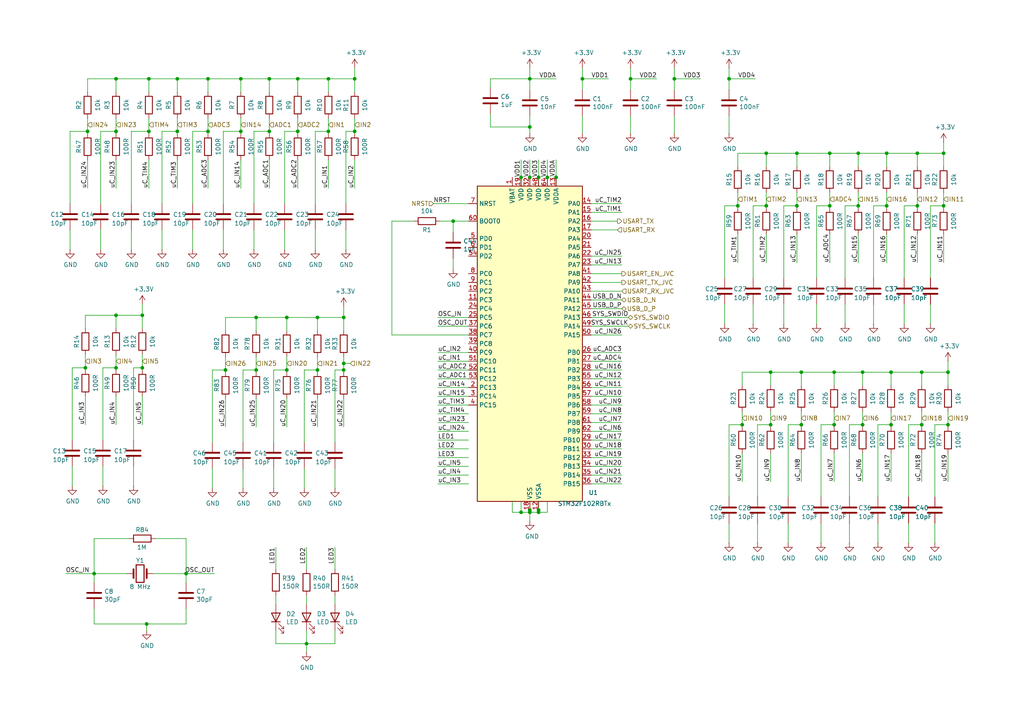
<source format=kicad_sch>
(kicad_sch (version 20250114) (generator "eeschema") (generator_version "9.0")
  (paper "A4")
  (title_block (title "Hido") (date "2020-02-10") (rev "0") (company "DottorConti"))
  (junction (at 25.4 38.1))
  (junction (at 257.175 59.69))
  (junction (at 65.405 107.315))
  (junction (at 41.275 106.68))
  (junction (at 222.25 44.45))
  (junction (at 250.19 107.95))
  (junction (at 151.13 51.435))
  (junction (at 131.445 64.135))
  (junction (at 232.41 107.95))
  (junction (at 92.075 107.315))
  (junction (at 248.92 59.69))
  (junction (at 168.91 22.86))
  (junction (at 273.685 44.45))
  (junction (at 95.25 22.86))
  (junction (at 156.21 51.435))
  (junction (at 43.18 22.86))
  (junction (at 99.695 105.41))
  (junction (at 156.21 148.59))
  (junction (at 69.85 22.86))
  (junction (at 232.41 123.19))
  (junction (at 83.185 92.075))
  (junction (at 266.065 44.45))
  (junction (at 273.685 59.69))
  (junction (at 267.335 123.19))
  (junction (at 88.9 186.69))
  (junction (at 86.36 22.86))
  (junction (at 223.52 107.95))
  (junction (at 231.14 59.69))
  (junction (at 78.105 22.86))
  (junction (at 33.655 38.1))
  (junction (at 274.955 107.95))
  (junction (at 99.695 92.075))
  (junction (at 33.655 91.44))
  (junction (at 182.88 22.86))
  (junction (at 102.87 22.86))
  (junction (at 213.995 59.69))
  (junction (at 60.325 38.1))
  (junction (at 274.955 123.19))
  (junction (at 95.25 38.1))
  (junction (at 78.105 38.1))
  (junction (at 241.935 107.95))
  (junction (at 241.935 123.19))
  (junction (at 43.18 38.1))
  (junction (at 83.185 107.315))
  (junction (at 231.14 44.45))
  (junction (at 86.36 38.1))
  (junction (at 258.445 123.19))
  (junction (at 240.665 44.45))
  (junction (at 102.87 38.1))
  (junction (at 92.075 92.075))
  (junction (at 158.75 51.435))
  (junction (at 41.275 91.44))
  (junction (at 248.92 44.45))
  (junction (at 161.29 51.435))
  (junction (at 99.695 107.315))
  (junction (at 51.435 22.86))
  (junction (at 153.67 147.955))
  (junction (at 267.335 107.95))
  (junction (at 51.435 38.1))
  (junction (at 27.305 166.37))
  (junction (at 151.13 148.59))
  (junction (at 74.295 92.075))
  (junction (at 223.52 123.19))
  (junction (at 153.67 51.435))
  (junction (at 240.665 59.69))
  (junction (at 211.455 22.86))
  (junction (at 153.67 148.59))
  (junction (at 69.85 38.1))
  (junction (at 195.58 22.86))
  (junction (at 215.265 123.19))
  (junction (at 156.21 147.955))
  (junction (at 258.445 107.95))
  (junction (at 60.325 22.86))
  (junction (at 266.065 59.69))
  (junction (at 24.765 106.68))
  (junction (at 257.175 44.45))
  (junction (at 74.295 107.315))
  (junction (at 33.655 106.68))
  (junction (at 153.67 36.83))
  (junction (at 222.25 59.69))
  (junction (at 250.19 123.19))
  (junction (at 53.975 166.37))
  (junction (at 42.545 180.975))
  (junction (at 153.67 22.86))
  (junction (at 33.655 22.86))
  (wire (pts (xy 248.92 44.45) (xy 257.175 44.45)))
  (wire (pts (xy 24.765 107.315) (xy 24.765 106.68)))
  (wire (pts (xy 88.265 128.27) (xy 88.265 107.315)))
  (wire (pts (xy 53.975 156.21) (xy 53.975 166.37)))
  (wire (pts (xy 258.445 119.38) (xy 258.445 123.19)))
  (wire (pts (xy 135.89 127.635) (xy 127 127.635)))
  (wire (pts (xy 65.405 115.57) (xy 65.405 123.825)))
  (wire (pts (xy 195.58 22.86) (xy 203.2 22.86)))
  (wire (pts (xy 29.845 135.255) (xy 29.845 140.97)))
  (wire (pts (xy 135.89 102.235) (xy 127 102.235)))
  (wire (pts (xy 25.4 38.1) (xy 25.4 34.29)))
  (wire (pts (xy 97.155 186.69) (xy 88.9 186.69)))
  (wire (pts (xy 158.75 53.975) (xy 158.75 51.435)))
  (wire (pts (xy 210.185 88.265) (xy 210.185 93.98)))
  (wire (pts (xy 238.125 123.19) (xy 241.935 123.19)))
  (wire (pts (xy 78.105 26.67) (xy 78.105 22.86)))
  (wire (pts (xy 151.13 53.975) (xy 151.13 51.435)))
  (wire (pts (xy 86.36 34.29) (xy 86.36 38.1)))
  (wire (pts (xy 156.21 51.435) (xy 156.21 46.355)))
  (wire (pts (xy 153.67 148.59) (xy 153.67 147.955)))
  (wire (pts (xy 171.45 76.835) (xy 180.34 76.835)))
  (wire (pts (xy 82.55 59.055) (xy 82.55 38.1)))
  (wire (pts (xy 153.67 53.975) (xy 153.67 51.435)))
  (wire (pts (xy 83.185 107.315) (xy 83.185 103.505)))
  (wire (pts (xy 248.92 67.945) (xy 248.92 76.2)))
  (wire (pts (xy 92.075 107.95) (xy 92.075 107.315)))
  (wire (pts (xy 53.975 168.91) (xy 53.975 166.37)))
  (wire (pts (xy 83.185 115.57) (xy 83.185 123.825)))
  (wire (pts (xy 227.33 59.69) (xy 231.14 59.69)))
  (wire (pts (xy 33.655 22.86) (xy 43.18 22.86)))
  (wire (pts (xy 171.45 89.535) (xy 180.34 89.535)))
  (wire (pts (xy 36.83 166.37) (xy 27.305 166.37)))
  (wire (pts (xy 27.305 180.975) (xy 27.305 176.53)))
  (wire (pts (xy 88.9 165.1) (xy 88.9 158.75)))
  (wire (pts (xy 236.855 88.265) (xy 236.855 93.98)))
  (wire (pts (xy 171.45 125.095) (xy 180.34 125.095)))
  (wire (pts (xy 153.67 22.86) (xy 161.29 22.86)))
  (wire (pts (xy 25.4 38.735) (xy 25.4 38.1)))
  (wire (pts (xy 38.1 38.1) (xy 43.18 38.1)))
  (wire (pts (xy 80.01 186.69) (xy 80.01 182.88)))
  (wire (pts (xy 61.595 128.27) (xy 61.595 107.315)))
  (wire (pts (xy 223.52 131.445) (xy 223.52 139.7)))
  (wire (pts (xy 88.9 189.23) (xy 88.9 186.69)))
  (wire (pts (xy 171.45 74.295) (xy 180.34 74.295)))
  (wire (pts (xy 171.45 109.855) (xy 180.34 109.855)))
  (wire (pts (xy 240.665 67.945) (xy 240.665 76.2)))
  (wire (pts (xy 213.995 44.45) (xy 222.25 44.45)))
  (wire (pts (xy 33.655 95.25) (xy 33.655 91.44)))
  (wire (pts (xy 60.325 46.355) (xy 60.325 54.61)))
  (wire (pts (xy 232.41 107.95) (xy 241.935 107.95)))
  (wire (pts (xy 171.45 120.015) (xy 180.34 120.015)))
  (wire (pts (xy 51.435 22.86) (xy 60.325 22.86)))
  (wire (pts (xy 102.87 22.86) (xy 102.87 19.685)))
  (wire (pts (xy 92.075 115.57) (xy 92.075 123.825)))
  (wire (pts (xy 20.32 38.1) (xy 25.4 38.1)))
  (wire (pts (xy 100.33 38.1) (xy 102.87 38.1)))
  (wire (pts (xy 153.67 22.86) (xy 153.67 26.035)))
  (wire (pts (xy 161.29 53.975) (xy 161.29 51.435)))
  (wire (pts (xy 246.38 151.765) (xy 246.38 157.48)))
  (wire (pts (xy 228.6 123.19) (xy 232.41 123.19)))
  (wire (pts (xy 86.36 26.67) (xy 86.36 22.86)))
  (wire (pts (xy 182.88 19.685) (xy 182.88 22.86)))
  (wire (pts (xy 135.89 104.775) (xy 127 104.775)))
  (wire (pts (xy 241.935 123.19) (xy 241.935 119.38)))
  (wire (pts (xy 79.375 135.89) (xy 79.375 141.605)))
  (wire (pts (xy 232.41 123.19) (xy 232.41 123.825)))
  (wire (pts (xy 92.075 95.885) (xy 92.075 92.075)))
  (wire (pts (xy 171.45 92.075) (xy 182.245 92.075)))
  (wire (pts (xy 113.665 97.155) (xy 113.665 64.135)))
  (wire (pts (xy 70.485 128.27) (xy 70.485 107.315)))
  (wire (pts (xy 215.265 107.95) (xy 223.52 107.95)))
  (wire (pts (xy 131.445 64.135) (xy 135.89 64.135)))
  (wire (pts (xy 246.38 144.145) (xy 246.38 123.19)))
  (wire (pts (xy 211.455 26.035) (xy 211.455 22.86)))
  (wire (pts (xy 24.765 91.44) (xy 33.655 91.44)))
  (wire (pts (xy 51.435 46.355) (xy 51.435 54.61)))
  (wire (pts (xy 156.21 148.59) (xy 153.67 148.59)))
  (wire (pts (xy 74.295 107.315) (xy 74.295 103.505)))
  (wire (pts (xy 253.365 59.69) (xy 257.175 59.69)))
  (wire (pts (xy 25.4 22.86) (xy 33.655 22.86)))
  (wire (pts (xy 210.185 59.69) (xy 213.995 59.69)))
  (wire (pts (xy 38.735 127.635) (xy 38.735 106.68)))
  (wire (pts (xy 153.67 147.955) (xy 153.67 145.415)))
  (wire (pts (xy 151.13 148.59) (xy 153.67 148.59)))
  (wire (pts (xy 135.89 117.475) (xy 127 117.475)))
  (wire (pts (xy 80.01 165.1) (xy 80.01 158.75)))
  (wire (pts (xy 246.38 123.19) (xy 250.19 123.19)))
  (wire (pts (xy 142.24 25.4) (xy 142.24 22.86)))
  (wire (pts (xy 222.25 67.945) (xy 222.25 76.2)))
  (wire (pts (xy 53.975 180.975) (xy 42.545 180.975)))
  (wire (pts (xy 83.185 92.075) (xy 92.075 92.075)))
  (wire (pts (xy 135.89 94.615) (xy 127 94.615)))
  (wire (pts (xy 65.405 107.315) (xy 65.405 103.505)))
  (wire (pts (xy 171.45 94.615) (xy 182.245 94.615)))
  (wire (pts (xy 29.21 59.055) (xy 29.21 38.1)))
  (wire (pts (xy 55.88 66.675) (xy 55.88 72.39)))
  (wire (pts (xy 88.265 107.315) (xy 92.075 107.315)))
  (wire (pts (xy 102.87 34.29) (xy 102.87 38.1)))
  (wire (pts (xy 80.01 172.72) (xy 80.01 175.26)))
  (wire (pts (xy 213.995 48.26) (xy 213.995 44.45)))
  (wire (pts (xy 211.455 151.765) (xy 211.455 157.48)))
  (wire (pts (xy 274.955 119.38) (xy 274.955 123.19)))
  (wire (pts (xy 171.45 137.795) (xy 180.34 137.795)))
  (wire (pts (xy 102.87 26.67) (xy 102.87 22.86)))
  (wire (pts (xy 51.435 26.67) (xy 51.435 22.86)))
  (wire (pts (xy 236.855 80.645) (xy 236.855 59.69)))
  (wire (pts (xy 248.92 60.325) (xy 248.92 59.69)))
  (wire (pts (xy 135.89 120.015) (xy 127 120.015)))
  (wire (pts (xy 273.685 59.69) (xy 273.685 60.325)))
  (wire (pts (xy 223.52 111.76) (xy 223.52 107.95)))
  (wire (pts (xy 232.41 111.76) (xy 232.41 107.95)))
  (wire (pts (xy 100.33 59.055) (xy 100.33 38.1)))
  (wire (pts (xy 88.265 135.89) (xy 88.265 141.605)))
  (wire (pts (xy 70.485 107.315) (xy 74.295 107.315)))
  (wire (pts (xy 88.9 182.88) (xy 88.9 186.69)))
  (wire (pts (xy 41.275 91.44) (xy 41.275 88.265)))
  (wire (pts (xy 82.55 38.1) (xy 86.36 38.1)))
  (wire (pts (xy 210.185 80.645) (xy 210.185 59.69)))
  (wire (pts (xy 211.455 144.145) (xy 211.455 123.19)))
  (wire (pts (xy 38.735 106.68) (xy 41.275 106.68)))
  (wire (pts (xy 161.29 51.435) (xy 161.29 46.355)))
  (wire (pts (xy 97.155 182.88) (xy 97.155 186.69)))
  (wire (pts (xy 213.995 60.325) (xy 213.995 59.69)))
  (wire (pts (xy 271.145 144.145) (xy 271.145 123.19)))
  (wire (pts (xy 250.19 111.76) (xy 250.19 107.95)))
  (wire (pts (xy 269.875 88.265) (xy 269.875 93.98)))
  (wire (pts (xy 92.075 92.075) (xy 99.695 92.075)))
  (wire (pts (xy 82.55 66.675) (xy 82.55 72.39)))
  (wire (pts (xy 245.11 88.265) (xy 245.11 93.98)))
  (wire (pts (xy 262.255 59.69) (xy 266.065 59.69)))
  (wire (pts (xy 97.155 135.89) (xy 97.155 141.605)))
  (wire (pts (xy 131.445 67.31) (xy 131.445 64.135)))
  (wire (pts (xy 171.45 130.175) (xy 180.34 130.175)))
  (wire (pts (xy 238.125 144.145) (xy 238.125 123.19)))
  (wire (pts (xy 92.075 107.315) (xy 92.075 103.505)))
  (wire (pts (xy 95.25 34.29) (xy 95.25 38.1)))
  (wire (pts (xy 215.265 123.825) (xy 215.265 123.19)))
  (wire (pts (xy 41.275 106.68) (xy 41.275 107.315)))
  (wire (pts (xy 182.88 22.86) (xy 182.88 26.035)))
  (wire (pts (xy 83.185 107.95) (xy 83.185 107.315)))
  (wire (pts (xy 79.375 107.315) (xy 83.185 107.315)))
  (wire (pts (xy 142.24 36.83) (xy 153.67 36.83)))
  (wire (pts (xy 65.405 107.95) (xy 65.405 107.315)))
  (wire (pts (xy 70.485 135.89) (xy 70.485 141.605)))
  (wire (pts (xy 86.36 22.86) (xy 95.25 22.86)))
  (wire (pts (xy 41.275 95.25) (xy 41.275 91.44)))
  (wire (pts (xy 79.375 128.27) (xy 79.375 107.315)))
  (wire (pts (xy 91.44 66.675) (xy 91.44 72.39)))
  (wire (pts (xy 171.45 81.915) (xy 180.34 81.915)))
  (wire (pts (xy 171.45 97.155) (xy 180.34 97.155)))
  (wire (pts (xy 168.91 26.035) (xy 168.91 22.86)))
  (wire (pts (xy 29.845 127.635) (xy 29.845 106.68)))
  (wire (pts (xy 213.995 67.945) (xy 213.995 76.2)))
  (wire (pts (xy 257.175 67.945) (xy 257.175 76.2)))
  (wire (pts (xy 250.19 107.95) (xy 258.445 107.95)))
  (wire (pts (xy 171.45 122.555) (xy 180.34 122.555)))
  (wire (pts (xy 240.665 44.45) (xy 248.92 44.45)))
  (wire (pts (xy 38.1 59.055) (xy 38.1 38.1)))
  (wire (pts (xy 168.91 38.735) (xy 168.91 33.655)))
  (wire (pts (xy 43.18 38.1) (xy 43.18 38.735)))
  (wire (pts (xy 91.44 38.1) (xy 95.25 38.1)))
  (wire (pts (xy 158.75 148.59) (xy 156.21 148.59)))
  (wire (pts (xy 228.6 151.765) (xy 228.6 157.48)))
  (wire (pts (xy 271.145 123.19) (xy 274.955 123.19)))
  (wire (pts (xy 83.185 95.885) (xy 83.185 92.075)))
  (wire (pts (xy 168.91 22.86) (xy 168.91 19.685)))
  (wire (pts (xy 51.435 34.29) (xy 51.435 38.1)))
  (wire (pts (xy 245.11 59.69) (xy 248.92 59.69)))
  (wire (pts (xy 231.14 48.26) (xy 231.14 44.45)))
  (wire (pts (xy 135.89 59.055) (xy 125.73 59.055)))
  (wire (pts (xy 20.32 72.39) (xy 20.32 66.675)))
  (wire (pts (xy 158.75 145.415) (xy 158.75 148.59)))
  (wire (pts (xy 27.305 156.21) (xy 27.305 166.37)))
  (wire (pts (xy 74.295 95.885) (xy 74.295 92.075)))
  (wire (pts (xy 135.89 130.175) (xy 127 130.175)))
  (wire (pts (xy 153.67 38.735) (xy 153.67 36.83)))
  (wire (pts (xy 231.14 59.69) (xy 231.14 60.325)))
  (wire (pts (xy 91.44 59.055) (xy 91.44 38.1)))
  (wire (pts (xy 135.89 114.935) (xy 127 114.935)))
  (wire (pts (xy 171.45 104.775) (xy 180.34 104.775)))
  (wire (pts (xy 253.365 88.265) (xy 253.365 93.98)))
  (wire (pts (xy 97.155 128.27) (xy 97.155 107.315)))
  (wire (pts (xy 55.88 59.055) (xy 55.88 38.1)))
  (wire (pts (xy 215.265 111.76) (xy 215.265 107.95)))
  (wire (pts (xy 25.4 46.355) (xy 25.4 54.61)))
  (wire (pts (xy 74.295 115.57) (xy 74.295 123.825)))
  (wire (pts (xy 241.935 111.76) (xy 241.935 107.95)))
  (wire (pts (xy 171.45 84.455) (xy 180.34 84.455)))
  (wire (pts (xy 97.155 165.1) (xy 97.155 158.75)))
  (wire (pts (xy 69.85 22.86) (xy 78.105 22.86)))
  (wire (pts (xy 171.45 114.935) (xy 180.34 114.935)))
  (wire (pts (xy 171.45 79.375) (xy 180.34 79.375)))
  (wire (pts (xy 262.255 80.645) (xy 262.255 59.69)))
  (wire (pts (xy 222.25 48.26) (xy 222.25 44.45)))
  (wire (pts (xy 231.14 55.88) (xy 231.14 59.69)))
  (wire (pts (xy 42.545 182.88) (xy 42.545 180.975)))
  (wire (pts (xy 153.67 22.86) (xy 153.67 19.685)))
  (wire (pts (xy 266.065 44.45) (xy 273.685 44.45)))
  (wire (pts (xy 245.11 80.645) (xy 245.11 59.69)))
  (wire (pts (xy 135.89 97.155) (xy 113.665 97.155)))
  (wire (pts (xy 135.89 122.555) (xy 127 122.555)))
  (wire (pts (xy 262.255 88.265) (xy 262.255 93.98)))
  (wire (pts (xy 258.445 131.445) (xy 258.445 139.7)))
  (wire (pts (xy 61.595 135.89) (xy 61.595 141.605)))
  (wire (pts (xy 274.955 111.76) (xy 274.955 107.95)))
  (wire (pts (xy 274.955 123.19) (xy 274.955 123.825)))
  (wire (pts (xy 269.875 80.645) (xy 269.875 59.69)))
  (wire (pts (xy 273.685 48.26) (xy 273.685 44.45)))
  (wire (pts (xy 43.18 34.29) (xy 43.18 38.1)))
  (wire (pts (xy 64.77 59.055) (xy 64.77 38.1)))
  (wire (pts (xy 20.32 59.055) (xy 20.32 38.1)))
  (wire (pts (xy 171.45 127.635) (xy 180.34 127.635)))
  (wire (pts (xy 20.955 135.255) (xy 20.955 140.97)))
  (wire (pts (xy 171.45 61.595) (xy 180.34 61.595)))
  (wire (pts (xy 88.9 186.69) (xy 80.01 186.69)))
  (wire (pts (xy 60.325 22.86) (xy 69.85 22.86)))
  (wire (pts (xy 267.335 123.19) (xy 267.335 119.38)))
  (wire (pts (xy 222.25 59.69) (xy 222.25 55.88)))
  (wire (pts (xy 95.25 38.1) (xy 95.25 38.735)))
  (wire (pts (xy 219.71 151.765) (xy 219.71 157.48)))
  (wire (pts (xy 215.265 131.445) (xy 215.265 139.7)))
  (wire (pts (xy 53.975 166.37) (xy 62.23 166.37)))
  (wire (pts (xy 20.955 106.68) (xy 24.765 106.68)))
  (wire (pts (xy 131.445 78.105) (xy 131.445 74.93)))
  (wire (pts (xy 78.105 46.355) (xy 78.105 54.61)))
  (wire (pts (xy 33.655 34.29) (xy 33.655 38.1)))
  (wire (pts (xy 211.455 22.86) (xy 219.075 22.86)))
  (wire (pts (xy 78.105 34.29) (xy 78.105 38.1)))
  (wire (pts (xy 248.92 59.69) (xy 248.92 55.88)))
  (wire (pts (xy 218.44 80.645) (xy 218.44 59.69)))
  (wire (pts (xy 269.875 59.69) (xy 273.685 59.69)))
  (wire (pts (xy 101.6 105.41) (xy 99.695 105.41)))
  (wire (pts (xy 27.305 166.37) (xy 19.05 166.37)))
  (wire (pts (xy 99.695 105.41) (xy 99.695 107.315)))
  (wire (pts (xy 151.13 51.435) (xy 151.13 46.355)))
  (wire (pts (xy 240.665 48.26) (xy 240.665 44.45)))
  (wire (pts (xy 46.99 38.1) (xy 51.435 38.1)))
  (wire (pts (xy 27.305 166.37) (xy 27.305 168.91)))
  (wire (pts (xy 274.955 131.445) (xy 274.955 139.7)))
  (wire (pts (xy 43.18 22.86) (xy 51.435 22.86)))
  (wire (pts (xy 95.25 22.86) (xy 102.87 22.86)))
  (wire (pts (xy 231.14 44.45) (xy 240.665 44.45)))
  (wire (pts (xy 64.77 66.675) (xy 64.77 72.39)))
  (wire (pts (xy 74.295 107.95) (xy 74.295 107.315)))
  (wire (pts (xy 65.405 95.885) (xy 65.405 92.075)))
  (wire (pts (xy 73.66 72.39) (xy 73.66 66.675)))
  (wire (pts (xy 250.19 123.825) (xy 250.19 123.19)))
  (wire (pts (xy 69.85 34.29) (xy 69.85 38.1)))
  (wire (pts (xy 257.175 48.26) (xy 257.175 44.45)))
  (wire (pts (xy 171.45 112.395) (xy 180.34 112.395)))
  (wire (pts (xy 254.635 123.19) (xy 258.445 123.19)))
  (wire (pts (xy 267.335 107.95) (xy 274.955 107.95)))
  (wire (pts (xy 273.685 67.945) (xy 273.685 76.2)))
  (wire (pts (xy 69.85 38.1) (xy 69.85 38.735)))
  (wire (pts (xy 97.155 107.315) (xy 99.695 107.315)))
  (wire (pts (xy 223.52 107.95) (xy 232.41 107.95)))
  (wire (pts (xy 135.89 92.075) (xy 127 92.075)))
  (wire (pts (xy 33.655 106.68) (xy 33.655 102.87)))
  (wire (pts (xy 263.525 144.145) (xy 263.525 123.19)))
  (wire (pts (xy 171.45 135.255) (xy 180.34 135.255)))
  (wire (pts (xy 211.455 123.19) (xy 215.265 123.19)))
  (wire (pts (xy 195.58 22.86) (xy 195.58 19.685)))
  (wire (pts (xy 241.935 131.445) (xy 241.935 139.7)))
  (wire (pts (xy 33.655 38.1) (xy 33.655 38.735)))
  (wire (pts (xy 240.665 59.69) (xy 240.665 55.88)))
  (wire (pts (xy 38.735 135.255) (xy 38.735 140.97)))
  (wire (pts (xy 45.085 156.21) (xy 53.975 156.21)))
  (wire (pts (xy 227.33 88.265) (xy 227.33 93.98)))
  (wire (pts (xy 263.525 123.19) (xy 267.335 123.19)))
  (wire (pts (xy 156.21 145.415) (xy 156.21 147.955)))
  (wire (pts (xy 99.695 103.505) (xy 99.695 105.41)))
  (wire (pts (xy 250.19 131.445) (xy 250.19 139.7)))
  (wire (pts (xy 74.295 92.075) (xy 83.185 92.075)))
  (wire (pts (xy 148.59 145.415) (xy 148.59 148.59)))
  (wire (pts (xy 171.45 59.055) (xy 180.34 59.055)))
  (wire (pts (xy 73.66 38.1) (xy 78.105 38.1)))
  (wire (pts (xy 43.18 46.355) (xy 43.18 54.61)))
  (wire (pts (xy 153.67 51.435) (xy 153.67 46.355)))
  (wire (pts (xy 171.45 107.315) (xy 180.34 107.315)))
  (wire (pts (xy 60.325 38.1) (xy 60.325 38.735)))
  (wire (pts (xy 219.71 123.19) (xy 223.52 123.19)))
  (wire (pts (xy 171.45 132.715) (xy 180.34 132.715)))
  (wire (pts (xy 73.66 59.055) (xy 73.66 38.1)))
  (wire (pts (xy 148.59 148.59) (xy 151.13 148.59)))
  (wire (pts (xy 53.975 176.53) (xy 53.975 180.975)))
  (wire (pts (xy 69.85 26.67) (xy 69.85 22.86)))
  (wire (pts (xy 274.955 107.95) (xy 274.955 104.775)))
  (wire (pts (xy 171.45 140.335) (xy 180.34 140.335)))
  (wire (pts (xy 135.89 109.855) (xy 127 109.855)))
  (wire (pts (xy 222.25 60.325) (xy 222.25 59.69)))
  (wire (pts (xy 253.365 80.645) (xy 253.365 59.69)))
  (wire (pts (xy 135.89 112.395) (xy 127 112.395)))
  (wire (pts (xy 95.25 26.67) (xy 95.25 22.86)))
  (wire (pts (xy 33.655 114.935) (xy 33.655 123.19)))
  (wire (pts (xy 33.655 26.67) (xy 33.655 22.86)))
  (wire (pts (xy 46.99 66.675) (xy 46.99 72.39)))
  (wire (pts (xy 86.36 38.1) (xy 86.36 38.735)))
  (wire (pts (xy 20.955 127.635) (xy 20.955 106.68)))
  (wire (pts (xy 222.25 44.45) (xy 231.14 44.45)))
  (wire (pts (xy 182.88 38.735) (xy 182.88 33.655)))
  (wire (pts (xy 127.635 64.135) (xy 131.445 64.135)))
  (wire (pts (xy 273.685 55.88) (xy 273.685 59.69)))
  (wire (pts (xy 213.995 59.69) (xy 213.995 55.88)))
  (wire (pts (xy 258.445 123.19) (xy 258.445 123.825)))
  (wire (pts (xy 153.67 151.13) (xy 153.67 148.59)))
  (wire (pts (xy 55.88 38.1) (xy 60.325 38.1)))
  (wire (pts (xy 153.67 36.83) (xy 153.67 33.655)))
  (wire (pts (xy 60.325 26.67) (xy 60.325 22.86)))
  (wire (pts (xy 257.175 55.88) (xy 257.175 59.69)))
  (wire (pts (xy 24.765 106.68) (xy 24.765 102.87)))
  (wire (pts (xy 43.18 26.67) (xy 43.18 22.86)))
  (wire (pts (xy 33.655 91.44) (xy 41.275 91.44)))
  (wire (pts (xy 88.9 175.26) (xy 88.9 172.72)))
  (wire (pts (xy 29.21 72.39) (xy 29.21 66.675)))
  (wire (pts (xy 266.065 60.325) (xy 266.065 59.69)))
  (wire (pts (xy 41.275 102.87) (xy 41.275 106.68)))
  (wire (pts (xy 51.435 38.1) (xy 51.435 38.735)))
  (wire (pts (xy 211.455 38.735) (xy 211.455 33.655)))
  (wire (pts (xy 29.21 38.1) (xy 33.655 38.1)))
  (wire (pts (xy 69.85 46.355) (xy 69.85 54.61)))
  (wire (pts (xy 273.685 44.45) (xy 273.685 41.275)))
  (wire (pts (xy 65.405 92.075) (xy 74.295 92.075)))
  (wire (pts (xy 263.525 151.765) (xy 263.525 157.48)))
  (wire (pts (xy 223.52 123.19) (xy 223.52 119.38)))
  (wire (pts (xy 135.89 107.315) (xy 127 107.315)))
  (wire (pts (xy 142.24 22.86) (xy 153.67 22.86)))
  (wire (pts (xy 38.1 66.675) (xy 38.1 72.39)))
  (wire (pts (xy 46.99 38.1) (xy 46.99 59.055)))
  (wire (pts (xy 227.33 80.645) (xy 227.33 59.69)))
  (wire (pts (xy 127 140.335) (xy 135.89 140.335)))
  (wire (pts (xy 258.445 111.76) (xy 258.445 107.95)))
  (wire (pts (xy 267.335 123.825) (xy 267.335 123.19)))
  (wire (pts (xy 102.87 46.355) (xy 102.87 54.61)))
  (wire (pts (xy 248.92 48.26) (xy 248.92 44.45)))
  (wire (pts (xy 24.765 114.935) (xy 24.765 123.19)))
  (wire (pts (xy 254.635 144.145) (xy 254.635 123.19)))
  (wire (pts (xy 102.87 38.1) (xy 102.87 38.735)))
  (wire (pts (xy 37.465 156.21) (xy 27.305 156.21)))
  (wire (pts (xy 190.5 22.86) (xy 182.88 22.86)))
  (wire (pts (xy 151.13 145.415) (xy 151.13 148.59)))
  (wire (pts (xy 257.175 59.69) (xy 257.175 60.325)))
  (wire (pts (xy 135.89 137.795) (xy 127 137.795)))
  (wire (pts (xy 25.4 26.67) (xy 25.4 22.86)))
  (wire (pts (xy 267.335 131.445) (xy 267.335 139.7)))
  (wire (pts (xy 64.77 38.1) (xy 69.85 38.1)))
  (wire (pts (xy 113.665 64.135) (xy 120.015 64.135)))
  (wire (pts (xy 228.6 144.145) (xy 228.6 123.19)))
  (wire (pts (xy 211.455 22.86) (xy 211.455 19.685)))
  (wire (pts (xy 135.89 132.715) (xy 127 132.715)))
  (wire (pts (xy 142.24 33.02) (xy 142.24 36.83)))
  (wire (pts (xy 232.41 131.445) (xy 232.41 139.7)))
  (wire (pts (xy 219.71 144.145) (xy 219.71 123.19)))
  (wire (pts (xy 33.655 107.315) (xy 33.655 106.68)))
  (wire (pts (xy 44.45 166.37) (xy 53.975 166.37)))
  (wire (pts (xy 195.58 38.735) (xy 195.58 33.655)))
  (wire (pts (xy 250.19 123.19) (xy 250.19 119.38)))
  (wire (pts (xy 236.855 59.69) (xy 240.665 59.69)))
  (wire (pts (xy 266.065 48.26) (xy 266.065 44.45)))
  (wire (pts (xy 156.21 53.975) (xy 156.21 51.435)))
  (wire (pts (xy 176.53 22.86) (xy 168.91 22.86)))
  (wire (pts (xy 29.845 106.68) (xy 33.655 106.68)))
  (wire (pts (xy 238.125 151.765) (xy 238.125 157.48)))
  (wire (pts (xy 241.935 123.825) (xy 241.935 123.19)))
  (wire (pts (xy 99.695 95.885) (xy 99.695 92.075)))
  (wire (pts (xy 95.25 46.355) (xy 95.25 54.61)))
  (wire (pts (xy 42.545 180.975) (xy 27.305 180.975)))
  (wire (pts (xy 232.41 119.38) (xy 232.41 123.19)))
  (wire (pts (xy 97.155 172.72) (xy 97.155 175.26)))
  (wire (pts (xy 267.335 111.76) (xy 267.335 107.95)))
  (wire (pts (xy 215.265 123.19) (xy 215.265 119.38)))
  (wire (pts (xy 271.145 151.765) (xy 271.145 157.48)))
  (wire (pts (xy 135.89 135.255) (xy 127 135.255)))
  (wire (pts (xy 266.065 67.945) (xy 266.065 76.2)))
  (wire (pts (xy 171.45 102.235) (xy 180.34 102.235)))
  (wire (pts (xy 99.695 115.57) (xy 99.695 123.825)))
  (wire (pts (xy 195.58 26.035) (xy 195.58 22.86)))
  (wire (pts (xy 99.695 107.315) (xy 99.695 107.95)))
  (wire (pts (xy 60.325 34.29) (xy 60.325 38.1)))
  (wire (pts (xy 156.21 147.955) (xy 156.21 148.59)))
  (wire (pts (xy 100.33 66.675) (xy 100.33 72.39)))
  (wire (pts (xy 61.595 107.315) (xy 65.405 107.315)))
  (wire (pts (xy 171.45 86.995) (xy 180.34 86.995)))
  (wire (pts (xy 171.45 117.475) (xy 180.34 117.475)))
  (wire (pts (xy 266.065 59.69) (xy 266.065 55.88)))
  (wire (pts (xy 254.635 151.765) (xy 254.635 157.48)))
  (wire (pts (xy 179.07 64.135) (xy 171.45 64.135)))
  (wire (pts (xy 24.765 95.25) (xy 24.765 91.44)))
  (wire (pts (xy 241.935 107.95) (xy 250.19 107.95)))
  (wire (pts (xy 33.655 46.355) (xy 33.655 54.61)))
  (wire (pts (xy 86.36 46.355) (xy 86.36 54.61)))
  (wire (pts (xy 99.695 92.075) (xy 99.695 88.9)))
  (wire (pts (xy 218.44 59.69) (xy 222.25 59.69)))
  (wire (pts (xy 258.445 107.95) (xy 267.335 107.95)))
  (wire (pts (xy 41.275 114.935) (xy 41.275 123.19)))
  (wire (pts (xy 240.665 60.325) (xy 240.665 59.69)))
  (wire (pts (xy 78.105 22.86) (xy 86.36 22.86)))
  (wire (pts (xy 135.89 125.095) (xy 127 125.095)))
  (wire (pts (xy 218.44 88.265) (xy 218.44 93.98)))
  (wire (pts (xy 171.45 66.675) (xy 179.07 66.675)))
  (wire (pts (xy 223.52 123.825) (xy 223.52 123.19)))
  (wire (pts (xy 257.175 44.45) (xy 266.065 44.45)))
  (wire (pts (xy 231.14 67.945) (xy 231.14 76.2)))
  (wire (pts (xy 158.75 51.435) (xy 158.75 46.355)))
  (wire (pts (xy 78.105 38.1) (xy 78.105 38.735)))
  (label "uC_IN9" (at 223.52 139.7 90))
  (label "LED3" (at 97.155 158.75 270))
  (label "uC_IN22" (at 180.34 140.335 180))
  (label "OSC_OUT" (at 127 94.615 0))
  (label "uC_IN15" (at 127 114.935 0))
  (label "uC_IN13" (at 231.14 76.2 90))
  (label "uC_IN6" (at 250.19 139.7 90))
  (label "uC_ADC3" (at 60.325 54.61 90))
  (label "uC_IN19" (at 274.955 139.7 90))
  (label "VDD4" (at 158.75 46.355 270))
  (label "uC_IN9" (at 180.34 117.475 180))
  (label "VDD2" (at 153.67 46.355 270))
  (label "VDD1" (at 151.13 46.355 270))
  (label "uC_IN23" (at 127 122.555 0))
  (label "uC_TIM2" (at 222.25 76.2 90))
  (label "uC_IN15" (at 248.92 76.2 90))
  (label "LED3" (at 127 132.715 0))
  (label "uC_ADC2" (at 86.36 54.61 90))
  (label "USB_D_P" (at 180.34 89.535 180))
  (label "uC_ADC1" (at 127 109.855 0))
  (label "LED1" (at 80.01 158.75 270))
  (label "uC_IN25" (at 74.295 123.825 90))
  (label "uC_IN5" (at 41.275 123.19 90))
  (label "uC_IN10" (at 180.34 114.935 180))
  (label "uC_IN18" (at 180.34 130.175 180))
  (label "uC_ADC1" (at 78.105 54.61 90))
  (label "uC_IN21" (at 92.075 123.825 90))
  (label "uC_IN19" (at 180.34 132.715 180))
  (label "uC_IN11" (at 273.685 76.2 90))
  (label "VDD3" (at 203.2 22.86 180))
  (label "uC_IN17" (at 180.34 127.635 180))
  (label "SYS_SWCLK" (at 182.245 94.615 180))
  (label "uC_IN6" (at 180.34 125.095 180))
  (label "VDDA" (at 161.29 46.355 270))
  (label "USB_D_N" (at 180.34 86.995 180))
  (label "VDDA" (at 161.29 22.86 180))
  (label "SYS_SWDIO" (at 182.245 92.075 180))
  (label "uC_IN16" (at 180.34 107.315 180))
  (label "LED2" (at 127 130.175 0))
  (label "uC_TIM2" (at 180.34 59.055 180))
  (label "uC_IN1" (at 95.25 54.61 90))
  (label "uC_IN8" (at 232.41 139.7 90))
  (label "VDD4" (at 219.075 22.86 180))
  (label "uC_IN24" (at 127 125.095 0))
  (label "uC_IN26" (at 65.405 123.825 90))
  (label "VDD1" (at 176.53 22.86 180))
  (label "OSC_IN" (at 127 92.075 0))
  (label "uC_ADC3" (at 180.34 102.235 180))
  (label "LED2" (at 88.9 158.75 270))
  (label "uC_IN1" (at 127 104.775 0))
  (label "uC_IN14" (at 69.85 54.61 90))
  (label "uC_IN2" (at 127 102.235 0))
  (label "uC_IN22" (at 99.695 123.825 90))
  (label "uC_IN4" (at 33.655 123.19 90))
  (label "uC_IN13" (at 180.34 76.835 180))
  (label "uC_ADC4" (at 180.34 104.775 180))
  (label "VDD2" (at 190.5 22.86 180))
  (label "uC_IN24" (at 25.4 54.61 90))
  (label "uC_IN20" (at 180.34 135.255 180))
  (label "uC_TIM4" (at 127 120.015 0))
  (label "OSC_IN" (at 19.05 166.37 0))
  (label "NRST" (at 125.73 59.055 0))
  (label "uC_TIM3" (at 51.435 54.61 90))
  (label "uC_IN11" (at 180.34 112.395 180))
  (label "uC_IN25" (at 180.34 74.295 180))
  (label "uC_IN5" (at 127 135.255 0))
  (label "uC_IN16" (at 257.175 76.2 90))
  (label "LED1" (at 127 127.635 0))
  (label "uC_IN12" (at 180.34 109.855 180))
  (label "uC_IN3" (at 24.765 123.19 90))
  (label "uC_TIM3" (at 127 117.475 0))
  (label "uC_TIM1" (at 213.995 76.2 90))
  (label "uC_TIM1" (at 180.34 61.595 180))
  (label "uC_ADC4" (at 240.665 76.2 90))
  (label "uC_IN21" (at 180.34 137.795 180))
  (label "OSC_OUT" (at 62.23 166.37 180))
  (label "uC_TIM4" (at 43.18 54.61 90))
  (label "uC_IN18" (at 267.335 139.7 90))
  (label "uC_IN7" (at 180.34 122.555 180))
  (label "uC_IN7" (at 241.935 139.7 90))
  (label "uC_IN23" (at 33.655 54.61 90))
  (label "uC_IN20" (at 83.185 123.825 90))
  (label "uC_IN8" (at 180.34 120.015 180))
  (label "uC_IN17" (at 258.445 139.7 90))
  (label "uC_IN3" (at 127 140.335 0))
  (label "uC_IN4" (at 127 137.795 0))
  (label "uC_IN12" (at 266.065 76.2 90))
  (label "uC_IN26" (at 180.34 97.155 180))
  (label "uC_IN14" (at 127 112.395 0))
  (label "uC_ADC2" (at 127 107.315 0))
  (label "VDD3" (at 156.21 46.355 270))
  (label "uC_IN2" (at 102.87 54.61 90))
  (label "uC_IN10" (at 215.265 139.7 90))
  (hierarchical_label "IN13" (shape input) (at 231.14 57.785 0))
  (hierarchical_label "TIM2" (shape input) (at 222.25 57.785 0))
  (hierarchical_label "IN25" (shape input) (at 74.295 105.41 0))
  (hierarchical_label "IN6" (shape input) (at 250.19 121.285 0))
  (hierarchical_label "IN14" (shape input) (at 69.85 36.195 0))
  (hierarchical_label "IN20" (shape input) (at 83.185 105.41 0))
  (hierarchical_label "TIM4" (shape input) (at 43.18 36.195 0))
  (hierarchical_label "IN15" (shape input) (at 248.92 57.785 0))
  (hierarchical_label "IN22" (shape input) (at 101.6 105.41 0))
  (hierarchical_label "USART_EN_JVC" (shape output) (at 180.34 79.375 0))
  (hierarchical_label "TIM1" (shape input) (at 213.995 57.785 0))
  (hierarchical_label "SYS_SWCLK" (shape bidirectional) (at 182.245 94.615 0))
  (hierarchical_label "USART_TX_JVC" (shape output) (at 180.34 81.915 0))
  (hierarchical_label "USB_D_P" (shape bidirectional) (at 180.34 89.535 0))
  (hierarchical_label "ADC4" (shape input) (at 240.665 57.785 0))
  (hierarchical_label "ADC2" (shape input) (at 86.36 36.195 0))
  (hierarchical_label "IN4" (shape input) (at 33.655 104.775 0))
  (hierarchical_label "USART_TX" (shape output) (at 179.07 64.135 0))
  (hierarchical_label "USART_RX_JVC" (shape input) (at 180.34 84.455 0))
  (hierarchical_label "IN11" (shape input) (at 273.685 57.785 0))
  (hierarchical_label "IN2" (shape input) (at 102.87 36.195 0))
  (hierarchical_label "ADC1" (shape input) (at 78.105 36.195 0))
  (hierarchical_label "USART_RX" (shape input) (at 179.07 66.675 0))
  (hierarchical_label "IN19" (shape input) (at 274.955 121.285 0))
  (hierarchical_label "IN26" (shape input) (at 65.405 105.41 0))
  (hierarchical_label "IN3" (shape input) (at 24.765 104.775 0))
  (hierarchical_label "IN10" (shape input) (at 215.265 121.285 0))
  (hierarchical_label "IN24" (shape input) (at 25.4 36.195 0))
  (hierarchical_label "IN23" (shape input) (at 33.655 36.195 0))
  (hierarchical_label "IN5" (shape input) (at 41.275 104.775 0))
  (hierarchical_label "IN1" (shape input) (at 95.25 36.195 0))
  (hierarchical_label "USB_D_N" (shape bidirectional) (at 180.34 86.995 0))
  (hierarchical_label "IN9" (shape input) (at 223.52 121.285 0))
  (hierarchical_label "IN16" (shape input) (at 257.175 57.785 0))
  (hierarchical_label "NRST" (shape input) (at 125.73 59.055 180))
  (hierarchical_label "IN17" (shape input) (at 258.445 121.285 0))
  (hierarchical_label "SYS_SWDIO" (shape bidirectional) (at 182.245 92.075 0))
  (hierarchical_label "IN12" (shape input) (at 266.065 57.785 0))
  (hierarchical_label "IN7" (shape input) (at 241.935 121.285 0))
  (hierarchical_label "IN21" (shape input) (at 92.075 105.41 0))
  (hierarchical_label "ADC3" (shape input) (at 60.325 36.195 0))
  (hierarchical_label "TIM3" (shape input) (at 51.435 36.195 0))
  (hierarchical_label "IN8" (shape input) (at 232.41 121.285 0))
  (hierarchical_label "IN18" (shape input) (at 267.335 121.285 0))
  (symbol (lib_id "Device:C") (at 168.91 29.845 0) (unit 1)
    (property "Reference" "C1" (at 171.831 28.6766 0) (effects (justify left)))
    (property "Value" "100nF" (at 171.831 30.988 0) (effects (justify left)))
    (property "Footprint" "Capacitor_SMD:C_0603_1608Metric" (effects (hide yes)))
  )
  (symbol (lib_id "power:GND") (at 168.91 38.735 0) (unit 1)
    (property "Reference" "#PWR0113" (effects (hide yes)))
    (property "Value" "GND" (at 169.037 43.1292 0))
  )
  (symbol (lib_id "Device:C") (at 182.88 29.845 0) (unit 1)
    (property "Reference" "C2" (at 185.801 28.6766 0) (effects (justify left)))
    (property "Value" "100nF" (at 185.801 30.988 0) (effects (justify left)))
    (property "Footprint" "Capacitor_SMD:C_0603_1608Metric" (effects (hide yes)))
  )
  (symbol (lib_id "Device:C") (at 195.58 29.845 0) (unit 1)
    (property "Reference" "C3" (at 198.501 28.6766 0) (effects (justify left)))
    (property "Value" "100nF" (at 198.501 30.988 0) (effects (justify left)))
    (property "Footprint" "Capacitor_SMD:C_0603_1608Metric" (effects (hide yes)))
  )
  (symbol (lib_id "power:GND") (at 182.88 38.735 0) (unit 1)
    (property "Reference" "#PWR0114" (effects (hide yes)))
    (property "Value" "GND" (at 183.007 43.1292 0))
  )
  (symbol (lib_id "power:GND") (at 195.58 38.735 0) (unit 1)
    (property "Reference" "#PWR0115" (effects (hide yes)))
    (property "Value" "GND" (at 195.707 43.1292 0))
  )
  (symbol (lib_id "power:GND") (at 153.67 151.13 0) (unit 1)
    (property "Reference" "#PWR0119" (effects (hide yes)))
    (property "Value" "GND" (at 154.305 155.575 0))
  )
  (symbol (lib_id "Device:C") (at 153.67 29.845 0) (unit 1)
    (property "Reference" "C5" (at 156.591 28.6766 0) (effects (justify left)))
    (property "Value" "10nF" (at 156.591 30.988 0) (effects (justify left)))
    (property "Footprint" "Capacitor_SMD:C_0603_1608Metric" (effects (hide yes)))
  )
  (symbol (lib_id "power:GND") (at 153.67 38.735 0) (unit 1)
    (property "Reference" "#PWR0120" (effects (hide yes)))
    (property "Value" "GND" (at 153.797 43.1292 0))
  )
  (symbol (lib_id "power:+3.3V") (at 195.58 19.685 0) (unit 1)
    (property "Reference" "#PWR0121" (effects (hide yes)))
    (property "Value" "+3.3V" (at 195.961 15.2908 0))
  )
  (symbol (lib_id "power:+3.3V") (at 182.88 19.685 0) (unit 1)
    (property "Reference" "#PWR0122" (effects (hide yes)))
    (property "Value" "+3.3V" (at 183.261 15.2908 0))
  )
  (symbol (lib_id "power:+3.3V") (at 168.91 19.685 0) (unit 1)
    (property "Reference" "#PWR0123" (effects (hide yes)))
    (property "Value" "+3.3V" (at 169.291 15.2908 0))
  )
  (symbol (lib_id "power:+3.3V") (at 153.67 19.685 0) (unit 1)
    (property "Reference" "#PWR0124" (effects (hide yes)))
    (property "Value" "+3.3V" (at 154.051 15.2908 0))
  )
  (symbol (lib_id "Device:R") (at 123.825 64.135 270) (unit 1)
    (property "Reference" "R1" (at 123.825 66.675 90))
    (property "Value" "10k" (at 123.825 61.1886 90))
    (property "Footprint" "Resistor_SMD:R_0603_1608Metric" (effects (hide yes)))
  )
  (symbol (lib_id "Device:C") (at 142.24 29.21 0) (unit 1)
    (property "Reference" "C6" (at 145.161 28.0416 0) (effects (justify left)))
    (property "Value" "1uF" (at 145.161 30.353 0) (effects (justify left)))
    (property "Footprint" "Capacitor_SMD:C_0603_1608Metric" (effects (hide yes)))
  )
  (symbol (lib_id "MCU_ST_STM32F1:STM32F102RBTx") (at 153.67 99.695 0) (unit 1)
    (property "Reference" "U1" (at 172.085 142.875 0))
    (property "Value" "STM32F102RBTx" (at 169.545 146.05 0))
    (property "Footprint" "Package_QFP:LQFP-64_10x10mm_P0.5mm" (effects (hide yes)))
    (property "Datasheet" "http://www.st.com/st-web-ui/static/active/en/resource/technical/document/datasheet/CD00210831.pdf" (effects (hide yes)))
  )
  (symbol (lib_id "Device:Crystal") (at 40.64 166.37 0) (unit 1)
    (property "Reference" "Y1" (at 40.64 162.56 0))
    (property "Value" "8 MHz" (at 40.64 170.18 0))
    (property "Footprint" "Crystal:Crystal_SMD_HC49-SD" (effects (hide yes)))
  )
  (symbol (lib_id "Device:C") (at 27.305 172.72 0) (unit 1)
    (property "Reference" "C8" (at 30.226 171.5516 0) (effects (justify left)))
    (property "Value" "30pF" (at 30.226 173.863 0) (effects (justify left)))
    (property "Footprint" "Capacitor_SMD:C_0603_1608Metric" (effects (hide yes)))
  )
  (symbol (lib_id "Device:C") (at 53.975 172.72 0) (unit 1)
    (property "Reference" "C7" (at 56.896 171.5516 0) (effects (justify left)))
    (property "Value" "30pF" (at 56.896 173.863 0) (effects (justify left)))
    (property "Footprint" "Capacitor_SMD:C_0603_1608Metric" (effects (hide yes)))
  )
  (symbol (lib_id "power:GND") (at 42.545 182.88 0) (unit 1)
    (property "Reference" "#PWR0126" (effects (hide yes)))
    (property "Value" "GND" (at 42.672 187.2742 0))
  )
  (symbol (lib_id "Device:R") (at 102.87 30.48 180) (unit 1)
    (property "Reference" "R11" (at 100.33 30.48 90))
    (property "Value" "10k" (at 105.8164 30.48 90))
    (property "Footprint" "Resistor_SMD:R_0603_1608Metric" (effects (hide yes)))
  )
  (symbol (lib_id "Device:R") (at 95.25 30.48 180) (unit 1)
    (property "Reference" "R10" (at 92.71 30.48 90))
    (property "Value" "10k" (at 98.1964 30.48 90))
    (property "Footprint" "Resistor_SMD:R_0603_1608Metric" (effects (hide yes)))
  )
  (symbol (lib_id "Device:R") (at 86.36 30.48 180) (unit 1)
    (property "Reference" "R9" (at 83.82 30.48 90))
    (property "Value" "10k" (at 89.3064 30.48 90))
    (property "Footprint" "Resistor_SMD:R_0603_1608Metric" (effects (hide yes)))
  )
  (symbol (lib_id "Device:R") (at 78.105 30.48 180) (unit 1)
    (property "Reference" "R8" (at 75.565 30.48 90))
    (property "Value" "10k" (at 81.0514 30.48 90))
    (property "Footprint" "Resistor_SMD:R_0603_1608Metric" (effects (hide yes)))
  )
  (symbol (lib_id "Device:R") (at 69.85 30.48 180) (unit 1)
    (property "Reference" "R7" (at 67.31 30.48 90))
    (property "Value" "10k" (at 72.7964 30.48 90))
    (property "Footprint" "Resistor_SMD:R_0603_1608Metric" (effects (hide yes)))
  )
  (symbol (lib_id "Device:R") (at 60.325 30.48 180) (unit 1)
    (property "Reference" "R6" (at 57.785 30.48 90))
    (property "Value" "10k" (at 63.2714 30.48 90))
    (property "Footprint" "Resistor_SMD:R_0603_1608Metric" (effects (hide yes)))
  )
  (symbol (lib_id "Device:R") (at 51.435 30.48 180) (unit 1)
    (property "Reference" "R5" (at 48.895 30.48 90))
    (property "Value" "10k" (at 54.3814 30.48 90))
    (property "Footprint" "Resistor_SMD:R_0603_1608Metric" (effects (hide yes)))
  )
  (symbol (lib_id "Device:R") (at 43.18 30.48 180) (unit 1)
    (property "Reference" "R4" (at 40.64 30.48 90))
    (property "Value" "10k" (at 46.1264 30.48 90))
    (property "Footprint" "Resistor_SMD:R_0603_1608Metric" (effects (hide yes)))
  )
  (symbol (lib_id "Device:R") (at 33.655 30.48 180) (unit 1)
    (property "Reference" "R3" (at 31.115 30.48 90))
    (property "Value" "10k" (at 36.6014 30.48 90))
    (property "Footprint" "Resistor_SMD:R_0603_1608Metric" (effects (hide yes)))
  )
  (symbol (lib_id "Device:R") (at 41.275 156.21 90) (unit 1)
    (property "Reference" "R84" (at 43.18 153.67 90) (effects (justify left)))
    (property "Value" "1M" (at 42.545 158.75 90) (effects (justify left)))
    (property "Footprint" "Resistor_SMD:R_0603_1608Metric" (effects (hide yes)))
  )
  (symbol (lib_id "Device:R") (at 25.4 30.48 180) (unit 1)
    (property "Reference" "R2" (at 22.86 30.48 90))
    (property "Value" "10k" (at 28.3464 30.48 90))
    (property "Footprint" "Resistor_SMD:R_0603_1608Metric" (effects (hide yes)))
  )
  (symbol (lib_id "power:+3.3V") (at 102.87 19.685 0) (unit 1)
    (property "Reference" "#PWR0129" (effects (hide yes)))
    (property "Value" "+3.3V" (at 103.251 15.2908 0))
  )
  (symbol (lib_id "Device:C") (at 211.455 29.845 0) (unit 1)
    (property "Reference" "C4" (at 214.376 28.6766 0) (effects (justify left)))
    (property "Value" "100nF" (at 214.376 30.988 0) (effects (justify left)))
    (property "Footprint" "Capacitor_SMD:C_0603_1608Metric" (effects (hide yes)))
  )
  (symbol (lib_id "power:GND") (at 211.455 38.735 0) (unit 1)
    (property "Reference" "#PWR0127" (effects (hide yes)))
    (property "Value" "GND" (at 211.582 43.1292 0))
  )
  (symbol (lib_id "power:+3.3V") (at 211.455 19.685 0) (unit 1)
    (property "Reference" "#PWR0128" (effects (hide yes)))
    (property "Value" "+3.3V" (at 211.836 15.2908 0))
  )
  (symbol (lib_id "Device:R") (at 273.685 52.07 180) (unit 1)
    (property "Reference" "R22" (at 271.145 52.07 90))
    (property "Value" "10k" (at 276.6314 52.07 90))
    (property "Footprint" "Resistor_SMD:R_0603_1608Metric" (effects (hide yes)))
  )
  (symbol (lib_id "Device:R") (at 266.065 52.07 180) (unit 1)
    (property "Reference" "R21" (at 263.525 52.07 90))
    (property "Value" "10k" (at 269.0114 52.07 90))
    (property "Footprint" "Resistor_SMD:R_0603_1608Metric" (effects (hide yes)))
  )
  (symbol (lib_id "Device:R") (at 257.175 52.07 180) (unit 1)
    (property "Reference" "R20" (at 254.635 52.07 90))
    (property "Value" "10k" (at 260.1214 52.07 90))
    (property "Footprint" "Resistor_SMD:R_0603_1608Metric" (effects (hide yes)))
  )
  (symbol (lib_id "Device:R") (at 248.92 52.07 180) (unit 1)
    (property "Reference" "R19" (at 246.38 52.07 90))
    (property "Value" "10k" (at 251.8664 52.07 90))
    (property "Footprint" "Resistor_SMD:R_0603_1608Metric" (effects (hide yes)))
  )
  (symbol (lib_id "Device:R") (at 240.665 52.07 180) (unit 1)
    (property "Reference" "R18" (at 238.125 52.07 90))
    (property "Value" "10k" (at 243.6114 52.07 90))
    (property "Footprint" "Resistor_SMD:R_0603_1608Metric" (effects (hide yes)))
  )
  (symbol (lib_id "Device:R") (at 231.14 52.07 180) (unit 1)
    (property "Reference" "R17" (at 228.6 52.07 90))
    (property "Value" "10k" (at 234.0864 52.07 90))
    (property "Footprint" "Resistor_SMD:R_0603_1608Metric" (effects (hide yes)))
  )
  (symbol (lib_id "Device:R") (at 222.25 52.07 180) (unit 1)
    (property "Reference" "R16" (at 219.71 52.07 90))
    (property "Value" "10k" (at 225.1964 52.07 90))
    (property "Footprint" "Resistor_SMD:R_0603_1608Metric" (effects (hide yes)))
  )
  (symbol (lib_id "Device:R") (at 213.995 52.07 180) (unit 1)
    (property "Reference" "R15" (at 211.455 52.07 90))
    (property "Value" "10k" (at 216.9414 52.07 90))
    (property "Footprint" "Resistor_SMD:R_0603_1608Metric" (effects (hide yes)))
  )
  (symbol (lib_id "power:+3.3V") (at 273.685 41.275 0) (unit 1)
    (property "Reference" "#PWR0131" (effects (hide yes)))
    (property "Value" "+3.3V" (at 274.066 36.8808 0))
  )
  (symbol (lib_id "Device:R") (at 41.275 99.06 180) (unit 1)
    (property "Reference" "R12" (at 38.735 99.06 90))
    (property "Value" "10k" (at 44.2214 99.06 90))
    (property "Footprint" "Resistor_SMD:R_0603_1608Metric" (effects (hide yes)))
  )
  (symbol (lib_id "Device:R") (at 33.655 99.06 180) (unit 1)
    (property "Reference" "R13" (at 31.115 99.06 90))
    (property "Value" "10k" (at 36.6014 99.06 90))
    (property "Footprint" "Resistor_SMD:R_0603_1608Metric" (effects (hide yes)))
  )
  (symbol (lib_id "Device:R") (at 24.765 99.06 180) (unit 1)
    (property "Reference" "R14" (at 22.225 99.06 90))
    (property "Value" "10k" (at 27.7114 99.06 90))
    (property "Footprint" "Resistor_SMD:R_0603_1608Metric" (effects (hide yes)))
  )
  (symbol (lib_id "power:+3.3V") (at 41.275 88.265 0) (unit 1)
    (property "Reference" "#PWR0130" (effects (hide yes)))
    (property "Value" "+3.3V" (at 41.656 83.8708 0))
  )
  (symbol (lib_id "Device:R") (at 274.955 115.57 180) (unit 1)
    (property "Reference" "R30" (at 272.415 115.57 90))
    (property "Value" "10k" (at 277.9014 115.57 90))
    (property "Footprint" "Resistor_SMD:R_0603_1608Metric" (effects (hide yes)))
  )
  (symbol (lib_id "Device:R") (at 267.335 115.57 180) (unit 1)
    (property "Reference" "R29" (at 264.795 115.57 90))
    (property "Value" "10k" (at 270.2814 115.57 90))
    (property "Footprint" "Resistor_SMD:R_0603_1608Metric" (effects (hide yes)))
  )
  (symbol (lib_id "Device:R") (at 258.445 115.57 180) (unit 1)
    (property "Reference" "R28" (at 255.905 115.57 90))
    (property "Value" "10k" (at 261.3914 115.57 90))
    (property "Footprint" "Resistor_SMD:R_0603_1608Metric" (effects (hide yes)))
  )
  (symbol (lib_id "Device:R") (at 250.19 115.57 180) (unit 1)
    (property "Reference" "R27" (at 247.65 115.57 90))
    (property "Value" "10k" (at 253.1364 115.57 90))
    (property "Footprint" "Resistor_SMD:R_0603_1608Metric" (effects (hide yes)))
  )
  (symbol (lib_id "Device:R") (at 241.935 115.57 180) (unit 1)
    (property "Reference" "R26" (at 239.395 115.57 90))
    (property "Value" "10k" (at 244.8814 115.57 90))
    (property "Footprint" "Resistor_SMD:R_0603_1608Metric" (effects (hide yes)))
  )
  (symbol (lib_id "Device:R") (at 232.41 115.57 180) (unit 1)
    (property "Reference" "R25" (at 229.87 115.57 90))
    (property "Value" "10k" (at 235.3564 115.57 90))
    (property "Footprint" "Resistor_SMD:R_0603_1608Metric" (effects (hide yes)))
  )
  (symbol (lib_id "Device:R") (at 223.52 115.57 180) (unit 1)
    (property "Reference" "R24" (at 220.98 115.57 90))
    (property "Value" "10k" (at 226.4664 115.57 90))
    (property "Footprint" "Resistor_SMD:R_0603_1608Metric" (effects (hide yes)))
  )
  (symbol (lib_id "Device:R") (at 215.265 115.57 180) (unit 1)
    (property "Reference" "R23" (at 212.725 115.57 90))
    (property "Value" "10k" (at 218.2114 115.57 90))
    (property "Footprint" "Resistor_SMD:R_0603_1608Metric" (effects (hide yes)))
  )
  (symbol (lib_id "power:+3.3V") (at 274.955 104.775 0) (unit 1)
    (property "Reference" "#PWR0133" (effects (hide yes)))
    (property "Value" "+3.3V" (at 275.336 100.3808 0))
  )
  (symbol (lib_id "Device:R") (at 99.695 99.695 180) (unit 1)
    (property "Reference" "R33" (at 97.155 99.695 90))
    (property "Value" "10k" (at 102.6414 99.695 90))
    (property "Footprint" "Resistor_SMD:R_0603_1608Metric" (effects (hide yes)))
  )
  (symbol (lib_id "Device:R") (at 92.075 99.695 180) (unit 1)
    (property "Reference" "R32" (at 89.535 99.695 90))
    (property "Value" "10k" (at 95.0214 99.695 90))
    (property "Footprint" "Resistor_SMD:R_0603_1608Metric" (effects (hide yes)))
  )
  (symbol (lib_id "Device:R") (at 83.185 99.695 180) (unit 1)
    (property "Reference" "R31" (at 80.645 99.695 90))
    (property "Value" "10k" (at 86.1314 99.695 90))
    (property "Footprint" "Resistor_SMD:R_0603_1608Metric" (effects (hide yes)))
  )
  (symbol (lib_id "power:+3.3V") (at 99.695 88.9 0) (unit 1)
    (property "Reference" "#PWR0134" (effects (hide yes)))
    (property "Value" "+3.3V" (at 100.076 84.5058 0))
  )
  (symbol (lib_id "Device:R") (at 97.155 168.91 0) (unit 1)
    (property "Reference" "R41" (at 98.933 167.7416 0) (effects (justify left)))
    (property "Value" "150R" (at 98.933 170.053 0) (effects (justify left)))
    (property "Footprint" "Resistor_SMD:R_0603_1608Metric" (effects (hide yes)))
  )
  (symbol (lib_id "Device:R") (at 88.9 168.91 0) (unit 1)
    (property "Reference" "R40" (at 90.678 167.7416 0) (effects (justify left)))
    (property "Value" "150R" (at 90.678 170.053 0) (effects (justify left)))
    (property "Footprint" "Resistor_SMD:R_0603_1608Metric" (effects (hide yes)))
  )
  (symbol (lib_id "Device:R") (at 80.01 168.91 0) (unit 1)
    (property "Reference" "R39" (at 81.788 167.7416 0) (effects (justify left)))
    (property "Value" "150R" (at 81.788 170.053 0) (effects (justify left)))
    (property "Footprint" "Resistor_SMD:R_0603_1608Metric" (effects (hide yes)))
  )
  (symbol (lib_id "Device:LED") (at 97.155 179.07 90) (unit 1)
    (property "Reference" "D4" (at 100.1268 178.0794 90) (effects (justify right)))
    (property "Value" "LED" (at 100.1268 180.3908 90) (effects (justify right)))
    (property "Footprint" "LED_SMD:LED_PLCC-2" (effects (hide yes)))
  )
  (symbol (lib_id "Device:LED") (at 88.9 179.07 90) (unit 1)
    (property "Reference" "D3" (at 91.8718 178.0794 90) (effects (justify right)))
    (property "Value" "LED" (at 91.8718 180.3908 90) (effects (justify right)))
    (property "Footprint" "LED_SMD:LED_PLCC-2" (effects (hide yes)))
  )
  (symbol (lib_id "Device:LED") (at 80.01 179.07 90) (unit 1)
    (property "Reference" "D2" (at 82.9818 178.0794 90) (effects (justify right)))
    (property "Value" "LED" (at 82.9818 180.3908 90) (effects (justify right)))
    (property "Footprint" "LED_SMD:LED_PLCC-2" (effects (hide yes)))
  )
  (symbol (lib_id "power:GND") (at 88.9 189.23 0) (unit 1)
    (property "Reference" "#PWR0135" (effects (hide yes)))
    (property "Value" "GND" (at 89.027 193.6242 0))
  )
  (symbol (lib_id "Device:R") (at 25.4 42.545 180) (unit 1)
    (property "Reference" "R47" (at 22.86 42.545 90))
    (property "Value" "100R" (at 28.3464 42.545 90))
    (property "Footprint" "Resistor_SMD:R_0603_1608Metric" (effects (hide yes)))
  )
  (symbol (lib_id "Device:R") (at 65.405 99.695 180) (unit 1)
    (property "Reference" "R82" (at 62.865 99.695 90))
    (property "Value" "10k" (at 68.3514 99.695 90))
    (property "Footprint" "Resistor_SMD:R_0603_1608Metric" (effects (hide yes)))
  )
  (symbol (lib_id "Device:R") (at 65.405 111.76 180) (unit 1)
    (property "Reference" "R83" (at 62.865 111.76 90))
    (property "Value" "100R" (at 68.3514 111.76 90))
    (property "Footprint" "Resistor_SMD:R_0603_1608Metric" (effects (hide yes)))
  )
  (symbol (lib_id "Device:C") (at 61.595 132.08 180) (unit 1)
    (property "Reference" "C46" (at 55.88 131.445 0) (effects (justify right)))
    (property "Value" "10pF" (at 55.88 133.985 0) (effects (justify right)))
    (property "Footprint" "Capacitor_SMD:C_0603_1608Metric" (effects (hide yes)))
  )
  (symbol (lib_id "power:GND") (at 61.595 141.605 0) (unit 1)
    (property "Reference" "#PWR0169" (effects (hide yes)))
    (property "Value" "GND" (at 61.722 145.9992 0))
  )
  (symbol (lib_id "Device:R") (at 33.655 42.545 180) (unit 1)
    (property "Reference" "R48" (at 31.115 42.545 90))
    (property "Value" "100R" (at 36.6014 42.545 90))
    (property "Footprint" "Resistor_SMD:R_0603_1608Metric" (effects (hide yes)))
  )
  (symbol (lib_id "Device:R") (at 43.18 42.545 180) (unit 1)
    (property "Reference" "R51" (at 40.64 42.545 90))
    (property "Value" "100R" (at 46.1264 42.545 90))
    (property "Footprint" "Resistor_SMD:R_0603_1608Metric" (effects (hide yes)))
  )
  (symbol (lib_id "Device:R") (at 51.435 42.545 180) (unit 1)
    (property "Reference" "R52" (at 48.895 42.545 90))
    (property "Value" "100R" (at 54.3814 42.545 90))
    (property "Footprint" "Resistor_SMD:R_0603_1608Metric" (effects (hide yes)))
  )
  (symbol (lib_id "Device:R") (at 60.325 42.545 180) (unit 1)
    (property "Reference" "R53" (at 57.785 42.545 90))
    (property "Value" "100R" (at 63.2714 42.545 90))
    (property "Footprint" "Resistor_SMD:R_0603_1608Metric" (effects (hide yes)))
  )
  (symbol (lib_id "Device:R") (at 69.85 42.545 180) (unit 1)
    (property "Reference" "R54" (at 67.31 42.545 90))
    (property "Value" "100R" (at 72.7964 42.545 90))
    (property "Footprint" "Resistor_SMD:R_0603_1608Metric" (effects (hide yes)))
  )
  (symbol (lib_id "Device:R") (at 78.105 42.545 180) (unit 1)
    (property "Reference" "R55" (at 75.565 42.545 90))
    (property "Value" "100R" (at 81.0514 42.545 90))
    (property "Footprint" "Resistor_SMD:R_0603_1608Metric" (effects (hide yes)))
  )
  (symbol (lib_id "Device:R") (at 86.36 42.545 180) (unit 1)
    (property "Reference" "R56" (at 83.82 42.545 90))
    (property "Value" "100R" (at 89.3064 42.545 90))
    (property "Footprint" "Resistor_SMD:R_0603_1608Metric" (effects (hide yes)))
  )
  (symbol (lib_id "Device:R") (at 95.25 42.545 180) (unit 1)
    (property "Reference" "R57" (at 92.71 42.545 90))
    (property "Value" "100R" (at 98.1964 42.545 90))
    (property "Footprint" "Resistor_SMD:R_0603_1608Metric" (effects (hide yes)))
  )
  (symbol (lib_id "Device:R") (at 102.87 42.545 180) (unit 1)
    (property "Reference" "R58" (at 100.33 42.545 90))
    (property "Value" "100R" (at 105.8164 42.545 90))
    (property "Footprint" "Resistor_SMD:R_0603_1608Metric" (effects (hide yes)))
  )
  (symbol (lib_id "Device:R") (at 24.765 111.125 180) (unit 1)
    (property "Reference" "R46" (at 22.225 111.125 90))
    (property "Value" "100R" (at 27.7114 111.125 90))
    (property "Footprint" "Resistor_SMD:R_0603_1608Metric" (effects (hide yes)))
  )
  (symbol (lib_id "Device:R") (at 33.655 111.125 180) (unit 1)
    (property "Reference" "R49" (at 31.115 111.125 90))
    (property "Value" "100R" (at 36.6014 111.125 90))
    (property "Footprint" "Resistor_SMD:R_0603_1608Metric" (effects (hide yes)))
  )
  (symbol (lib_id "Device:R") (at 41.275 111.125 180) (unit 1)
    (property "Reference" "R50" (at 38.735 111.125 90))
    (property "Value" "100R" (at 44.2214 111.125 90))
    (property "Footprint" "Resistor_SMD:R_0603_1608Metric" (effects (hide yes)))
  )
  (symbol (lib_id "Device:C") (at 20.32 62.865 180) (unit 1)
    (property "Reference" "C12" (at 14.605 62.23 0) (effects (justify right)))
    (property "Value" "10pF" (at 14.605 64.77 0) (effects (justify right)))
    (property "Footprint" "Capacitor_SMD:C_0603_1608Metric" (effects (hide yes)))
  )
  (symbol (lib_id "Device:C") (at 29.21 62.865 180) (unit 1)
    (property "Reference" "C14" (at 23.495 62.23 0) (effects (justify right)))
    (property "Value" "10pF" (at 23.495 64.77 0) (effects (justify right)))
    (property "Footprint" "Capacitor_SMD:C_0603_1608Metric" (effects (hide yes)))
  )
  (symbol (lib_id "Device:C") (at 38.1 62.865 180) (unit 1)
    (property "Reference" "C16" (at 32.385 62.23 0) (effects (justify right)))
    (property "Value" "10pF" (at 32.385 64.77 0) (effects (justify right)))
    (property "Footprint" "Capacitor_SMD:C_0603_1608Metric" (effects (hide yes)))
  )
  (symbol (lib_id "Device:C") (at 46.99 62.865 180) (unit 1)
    (property "Reference" "C18" (at 41.275 62.23 0) (effects (justify right)))
    (property "Value" "10pF" (at 41.275 64.77 0) (effects (justify right)))
    (property "Footprint" "Capacitor_SMD:C_0603_1608Metric" (effects (hide yes)))
  )
  (symbol (lib_id "Device:C") (at 55.88 62.865 180) (unit 1)
    (property "Reference" "C19" (at 50.165 62.23 0) (effects (justify right)))
    (property "Value" "10pF" (at 50.165 64.77 0) (effects (justify right)))
    (property "Footprint" "Capacitor_SMD:C_0603_1608Metric" (effects (hide yes)))
  )
  (symbol (lib_id "Device:C") (at 64.77 62.865 180) (unit 1)
    (property "Reference" "C20" (at 59.055 62.23 0) (effects (justify right)))
    (property "Value" "10pF" (at 59.055 64.77 0) (effects (justify right)))
    (property "Footprint" "Capacitor_SMD:C_0603_1608Metric" (effects (hide yes)))
  )
  (symbol (lib_id "Device:C") (at 73.66 62.865 180) (unit 1)
    (property "Reference" "C21" (at 67.945 62.23 0) (effects (justify right)))
    (property "Value" "10pF" (at 67.945 64.77 0) (effects (justify right)))
    (property "Footprint" "Capacitor_SMD:C_0603_1608Metric" (effects (hide yes)))
  )
  (symbol (lib_id "Device:C") (at 82.55 62.865 180) (unit 1)
    (property "Reference" "C22" (at 76.835 62.23 0) (effects (justify right)))
    (property "Value" "10pF" (at 76.835 64.77 0) (effects (justify right)))
    (property "Footprint" "Capacitor_SMD:C_0603_1608Metric" (effects (hide yes)))
  )
  (symbol (lib_id "Device:C") (at 91.44 62.865 180) (unit 1)
    (property "Reference" "C23" (at 85.725 62.23 0) (effects (justify right)))
    (property "Value" "10pF" (at 85.725 64.77 0) (effects (justify right)))
    (property "Footprint" "Capacitor_SMD:C_0603_1608Metric" (effects (hide yes)))
  )
  (symbol (lib_id "Device:C") (at 100.33 62.865 180) (unit 1)
    (property "Reference" "C24" (at 94.615 62.23 0) (effects (justify right)))
    (property "Value" "10pF" (at 94.615 64.77 0) (effects (justify right)))
    (property "Footprint" "Capacitor_SMD:C_0603_1608Metric" (effects (hide yes)))
  )
  (symbol (lib_id "power:GND") (at 20.32 72.39 0) (unit 1)
    (property "Reference" "#PWR0136" (effects (hide yes)))
    (property "Value" "GND" (at 20.447 76.7842 0))
  )
  (symbol (lib_id "power:GND") (at 29.21 72.39 0) (unit 1)
    (property "Reference" "#PWR0137" (effects (hide yes)))
    (property "Value" "GND" (at 29.337 76.7842 0))
  )
  (symbol (lib_id "power:GND") (at 38.1 72.39 0) (unit 1)
    (property "Reference" "#PWR0138" (effects (hide yes)))
    (property "Value" "GND" (at 38.227 76.7842 0))
  )
  (symbol (lib_id "power:GND") (at 46.99 72.39 0) (unit 1)
    (property "Reference" "#PWR0139" (effects (hide yes)))
    (property "Value" "GND" (at 47.117 76.7842 0))
  )
  (symbol (lib_id "power:GND") (at 55.88 72.39 0) (unit 1)
    (property "Reference" "#PWR0140" (effects (hide yes)))
    (property "Value" "GND" (at 56.007 76.7842 0))
  )
  (symbol (lib_id "power:GND") (at 64.77 72.39 0) (unit 1)
    (property "Reference" "#PWR0141" (effects (hide yes)))
    (property "Value" "GND" (at 64.897 76.7842 0))
  )
  (symbol (lib_id "power:GND") (at 73.66 72.39 0) (unit 1)
    (property "Reference" "#PWR0142" (effects (hide yes)))
    (property "Value" "GND" (at 73.787 76.7842 0))
  )
  (symbol (lib_id "power:GND") (at 82.55 72.39 0) (unit 1)
    (property "Reference" "#PWR0143" (effects (hide yes)))
    (property "Value" "GND" (at 82.677 76.7842 0))
  )
  (symbol (lib_id "power:GND") (at 91.44 72.39 0) (unit 1)
    (property "Reference" "#PWR0144" (effects (hide yes)))
    (property "Value" "GND" (at 91.567 76.7842 0))
  )
  (symbol (lib_id "power:GND") (at 100.33 72.39 0) (unit 1)
    (property "Reference" "#PWR0145" (effects (hide yes)))
    (property "Value" "GND" (at 100.457 76.7842 0))
  )
  (symbol (lib_id "Device:C") (at 20.955 131.445 180) (unit 1)
    (property "Reference" "C13" (at 15.24 130.81 0) (effects (justify right)))
    (property "Value" "10pF" (at 15.24 133.35 0) (effects (justify right)))
    (property "Footprint" "Capacitor_SMD:C_0603_1608Metric" (effects (hide yes)))
  )
  (symbol (lib_id "Device:C") (at 29.845 131.445 180) (unit 1)
    (property "Reference" "C15" (at 24.13 130.81 0) (effects (justify right)))
    (property "Value" "10pF" (at 24.13 133.35 0) (effects (justify right)))
    (property "Footprint" "Capacitor_SMD:C_0603_1608Metric" (effects (hide yes)))
  )
  (symbol (lib_id "Device:C") (at 38.735 131.445 180) (unit 1)
    (property "Reference" "C17" (at 33.02 130.81 0) (effects (justify right)))
    (property "Value" "10pF" (at 33.02 133.35 0) (effects (justify right)))
    (property "Footprint" "Capacitor_SMD:C_0603_1608Metric" (effects (hide yes)))
  )
  (symbol (lib_id "power:GND") (at 20.955 140.97 0) (unit 1)
    (property "Reference" "#PWR0146" (effects (hide yes)))
    (property "Value" "GND" (at 21.082 145.3642 0))
  )
  (symbol (lib_id "power:GND") (at 29.845 140.97 0) (unit 1)
    (property "Reference" "#PWR0147" (effects (hide yes)))
    (property "Value" "GND" (at 29.972 145.3642 0))
  )
  (symbol (lib_id "power:GND") (at 38.735 140.97 0) (unit 1)
    (property "Reference" "#PWR0148" (effects (hide yes)))
    (property "Value" "GND" (at 38.862 145.3642 0))
  )
  (symbol (lib_id "Device:R") (at 231.14 64.135 180) (unit 1)
    (property "Reference" "R63" (at 228.6 64.135 90))
    (property "Value" "100R" (at 234.0864 64.135 90))
    (property "Footprint" "Resistor_SMD:R_0603_1608Metric" (effects (hide yes)))
  )
  (symbol (lib_id "Device:R") (at 213.995 64.135 180) (unit 1)
    (property "Reference" "R59" (at 211.455 64.135 90))
    (property "Value" "100R" (at 216.9414 64.135 90))
    (property "Footprint" "Resistor_SMD:R_0603_1608Metric" (effects (hide yes)))
  )
  (symbol (lib_id "Device:R") (at 222.25 64.135 180) (unit 1)
    (property "Reference" "R61" (at 219.71 64.135 90))
    (property "Value" "100R" (at 225.1964 64.135 90))
    (property "Footprint" "Resistor_SMD:R_0603_1608Metric" (effects (hide yes)))
  )
  (symbol (lib_id "Device:C") (at 210.185 84.455 180) (unit 1)
    (property "Reference" "C25" (at 204.47 83.82 0) (effects (justify right)))
    (property "Value" "10pF" (at 204.47 86.36 0) (effects (justify right)))
    (property "Footprint" "Capacitor_SMD:C_0603_1608Metric" (effects (hide yes)))
  )
  (symbol (lib_id "Device:C") (at 218.44 84.455 180) (unit 1)
    (property "Reference" "C27" (at 212.725 83.82 0) (effects (justify right)))
    (property "Value" "10pF" (at 212.725 86.36 0) (effects (justify right)))
    (property "Footprint" "Capacitor_SMD:C_0603_1608Metric" (effects (hide yes)))
  )
  (symbol (lib_id "Device:C") (at 227.33 84.455 180) (unit 1)
    (property "Reference" "C29" (at 221.615 83.82 0) (effects (justify right)))
    (property "Value" "10pF" (at 221.615 86.36 0) (effects (justify right)))
    (property "Footprint" "Capacitor_SMD:C_0603_1608Metric" (effects (hide yes)))
  )
  (symbol (lib_id "power:GND") (at 210.185 93.98 0) (unit 1)
    (property "Reference" "#PWR0149" (effects (hide yes)))
    (property "Value" "GND" (at 210.312 98.3742 0))
  )
  (symbol (lib_id "power:GND") (at 218.44 93.98 0) (unit 1)
    (property "Reference" "#PWR0150" (effects (hide yes)))
    (property "Value" "GND" (at 218.567 98.3742 0))
  )
  (symbol (lib_id "power:GND") (at 227.33 93.98 0) (unit 1)
    (property "Reference" "#PWR0151" (effects (hide yes)))
    (property "Value" "GND" (at 227.457 98.3742 0))
  )
  (symbol (lib_id "Device:R") (at 257.175 64.135 180) (unit 1)
    (property "Reference" "R69" (at 254.635 64.135 90))
    (property "Value" "100R" (at 260.1214 64.135 90))
    (property "Footprint" "Resistor_SMD:R_0603_1608Metric" (effects (hide yes)))
  )
  (symbol (lib_id "Device:R") (at 240.665 64.135 180) (unit 1)
    (property "Reference" "R65" (at 238.125 64.135 90))
    (property "Value" "100R" (at 243.6114 64.135 90))
    (property "Footprint" "Resistor_SMD:R_0603_1608Metric" (effects (hide yes)))
  )
  (symbol (lib_id "Device:R") (at 248.92 64.135 180) (unit 1)
    (property "Reference" "R67" (at 246.38 64.135 90))
    (property "Value" "100R" (at 251.8664 64.135 90))
    (property "Footprint" "Resistor_SMD:R_0603_1608Metric" (effects (hide yes)))
  )
  (symbol (lib_id "Device:C") (at 236.855 84.455 180) (unit 1)
    (property "Reference" "C31" (at 231.14 83.82 0) (effects (justify right)))
    (property "Value" "10pF" (at 231.14 86.36 0) (effects (justify right)))
    (property "Footprint" "Capacitor_SMD:C_0603_1608Metric" (effects (hide yes)))
  )
  (symbol (lib_id "Device:C") (at 245.11 84.455 180) (unit 1)
    (property "Reference" "C33" (at 239.395 83.82 0) (effects (justify right)))
    (property "Value" "10pF" (at 239.395 86.36 0) (effects (justify right)))
    (property "Footprint" "Capacitor_SMD:C_0603_1608Metric" (effects (hide yes)))
  )
  (symbol (lib_id "Device:C") (at 253.365 84.455 180) (unit 1)
    (property "Reference" "C35" (at 247.65 83.82 0) (effects (justify right)))
    (property "Value" "10pF" (at 247.65 86.36 0) (effects (justify right)))
    (property "Footprint" "Capacitor_SMD:C_0603_1608Metric" (effects (hide yes)))
  )
  (symbol (lib_id "power:GND") (at 236.855 93.98 0) (unit 1)
    (property "Reference" "#PWR0152" (effects (hide yes)))
    (property "Value" "GND" (at 236.982 98.3742 0))
  )
  (symbol (lib_id "power:GND") (at 245.11 93.98 0) (unit 1)
    (property "Reference" "#PWR0153" (effects (hide yes)))
    (property "Value" "GND" (at 245.237 98.3742 0))
  )
  (symbol (lib_id "power:GND") (at 253.365 93.98 0) (unit 1)
    (property "Reference" "#PWR0154" (effects (hide yes)))
    (property "Value" "GND" (at 253.492 98.3742 0))
  )
  (symbol (lib_id "Device:R") (at 273.685 64.135 180) (unit 1)
    (property "Reference" "R73" (at 271.145 64.135 90))
    (property "Value" "100R" (at 276.6314 64.135 90))
    (property "Footprint" "Resistor_SMD:R_0603_1608Metric" (effects (hide yes)))
  )
  (symbol (lib_id "Device:R") (at 266.065 64.135 180) (unit 1)
    (property "Reference" "R71" (at 263.525 64.135 90))
    (property "Value" "100R" (at 269.0114 64.135 90))
    (property "Footprint" "Resistor_SMD:R_0603_1608Metric" (effects (hide yes)))
  )
  (symbol (lib_id "Device:C") (at 262.255 84.455 180) (unit 1)
    (property "Reference" "C37" (at 256.54 83.82 0) (effects (justify right)))
    (property "Value" "10pF" (at 256.54 86.36 0) (effects (justify right)))
    (property "Footprint" "Capacitor_SMD:C_0603_1608Metric" (effects (hide yes)))
  )
  (symbol (lib_id "Device:C") (at 269.875 84.455 180) (unit 1)
    (property "Reference" "C39" (at 264.16 83.82 0) (effects (justify right)))
    (property "Value" "10pF" (at 264.16 86.36 0) (effects (justify right)))
    (property "Footprint" "Capacitor_SMD:C_0603_1608Metric" (effects (hide yes)))
  )
  (symbol (lib_id "power:GND") (at 262.255 93.98 0) (unit 1)
    (property "Reference" "#PWR0155" (effects (hide yes)))
    (property "Value" "GND" (at 262.382 98.3742 0))
  )
  (symbol (lib_id "power:GND") (at 269.875 93.98 0) (unit 1)
    (property "Reference" "#PWR0156" (effects (hide yes)))
    (property "Value" "GND" (at 270.002 98.3742 0))
  )
  (symbol (lib_id "Device:R") (at 232.41 127.635 180) (unit 1)
    (property "Reference" "R64" (at 229.87 127.635 90))
    (property "Value" "100R" (at 235.3564 127.635 90))
    (property "Footprint" "Resistor_SMD:R_0603_1608Metric" (effects (hide yes)))
  )
  (symbol (lib_id "Device:R") (at 215.265 127.635 180) (unit 1)
    (property "Reference" "R60" (at 212.725 127.635 90))
    (property "Value" "100R" (at 218.2114 127.635 90))
    (property "Footprint" "Resistor_SMD:R_0603_1608Metric" (effects (hide yes)))
  )
  (symbol (lib_id "Device:R") (at 223.52 127.635 180) (unit 1)
    (property "Reference" "R62" (at 220.98 127.635 90))
    (property "Value" "100R" (at 226.4664 127.635 90))
    (property "Footprint" "Resistor_SMD:R_0603_1608Metric" (effects (hide yes)))
  )
  (symbol (lib_id "Device:C") (at 211.455 147.955 180) (unit 1)
    (property "Reference" "C26" (at 205.74 147.32 0) (effects (justify right)))
    (property "Value" "10pF" (at 205.74 149.86 0) (effects (justify right)))
    (property "Footprint" "Capacitor_SMD:C_0603_1608Metric" (effects (hide yes)))
  )
  (symbol (lib_id "Device:C") (at 219.71 147.955 180) (unit 1)
    (property "Reference" "C28" (at 213.995 147.32 0) (effects (justify right)))
    (property "Value" "10pF" (at 213.995 149.86 0) (effects (justify right)))
    (property "Footprint" "Capacitor_SMD:C_0603_1608Metric" (effects (hide yes)))
  )
  (symbol (lib_id "Device:C") (at 228.6 147.955 180) (unit 1)
    (property "Reference" "C30" (at 222.885 147.32 0) (effects (justify right)))
    (property "Value" "10pF" (at 222.885 149.86 0) (effects (justify right)))
    (property "Footprint" "Capacitor_SMD:C_0603_1608Metric" (effects (hide yes)))
  )
  (symbol (lib_id "power:GND") (at 211.455 157.48 0) (unit 1)
    (property "Reference" "#PWR0157" (effects (hide yes)))
    (property "Value" "GND" (at 211.582 161.8742 0))
  )
  (symbol (lib_id "power:GND") (at 219.71 157.48 0) (unit 1)
    (property "Reference" "#PWR0158" (effects (hide yes)))
    (property "Value" "GND" (at 219.837 161.8742 0))
  )
  (symbol (lib_id "power:GND") (at 228.6 157.48 0) (unit 1)
    (property "Reference" "#PWR0159" (effects (hide yes)))
    (property "Value" "GND" (at 228.727 161.8742 0))
  )
  (symbol (lib_id "Device:R") (at 258.445 127.635 180) (unit 1)
    (property "Reference" "R70" (at 255.905 127.635 90))
    (property "Value" "100R" (at 261.3914 127.635 90))
    (property "Footprint" "Resistor_SMD:R_0603_1608Metric" (effects (hide yes)))
  )
  (symbol (lib_id "Device:R") (at 241.935 127.635 180) (unit 1)
    (property "Reference" "R66" (at 239.395 127.635 90))
    (property "Value" "100R" (at 244.8814 127.635 90))
    (property "Footprint" "Resistor_SMD:R_0603_1608Metric" (effects (hide yes)))
  )
  (symbol (lib_id "Device:R") (at 250.19 127.635 180) (unit 1)
    (property "Reference" "R68" (at 247.65 127.635 90))
    (property "Value" "100R" (at 253.1364 127.635 90))
    (property "Footprint" "Resistor_SMD:R_0603_1608Metric" (effects (hide yes)))
  )
  (symbol (lib_id "Device:C") (at 238.125 147.955 180) (unit 1)
    (property "Reference" "C32" (at 232.41 147.32 0) (effects (justify right)))
    (property "Value" "10pF" (at 232.41 149.86 0) (effects (justify right)))
    (property "Footprint" "Capacitor_SMD:C_0603_1608Metric" (effects (hide yes)))
  )
  (symbol (lib_id "Device:C") (at 246.38 147.955 180) (unit 1)
    (property "Reference" "C34" (at 240.665 147.32 0) (effects (justify right)))
    (property "Value" "10pF" (at 240.665 149.86 0) (effects (justify right)))
    (property "Footprint" "Capacitor_SMD:C_0603_1608Metric" (effects (hide yes)))
  )
  (symbol (lib_id "Device:C") (at 254.635 147.955 180) (unit 1)
    (property "Reference" "C36" (at 248.92 147.32 0) (effects (justify right)))
    (property "Value" "10pF" (at 248.92 149.86 0) (effects (justify right)))
    (property "Footprint" "Capacitor_SMD:C_0603_1608Metric" (effects (hide yes)))
  )
  (symbol (lib_id "power:GND") (at 238.125 157.48 0) (unit 1)
    (property "Reference" "#PWR0160" (effects (hide yes)))
    (property "Value" "GND" (at 238.252 161.8742 0))
  )
  (symbol (lib_id "power:GND") (at 246.38 157.48 0) (unit 1)
    (property "Reference" "#PWR0161" (effects (hide yes)))
    (property "Value" "GND" (at 246.507 161.8742 0))
  )
  (symbol (lib_id "power:GND") (at 254.635 157.48 0) (unit 1)
    (property "Reference" "#PWR0162" (effects (hide yes)))
    (property "Value" "GND" (at 254.762 161.8742 0))
  )
  (symbol (lib_id "Device:R") (at 274.955 127.635 180) (unit 1)
    (property "Reference" "R74" (at 272.415 127.635 90))
    (property "Value" "100R" (at 277.9014 127.635 90))
    (property "Footprint" "Resistor_SMD:R_0603_1608Metric" (effects (hide yes)))
  )
  (symbol (lib_id "Device:R") (at 267.335 127.635 180) (unit 1)
    (property "Reference" "R72" (at 264.795 127.635 90))
    (property "Value" "100R" (at 270.2814 127.635 90))
    (property "Footprint" "Resistor_SMD:R_0603_1608Metric" (effects (hide yes)))
  )
  (symbol (lib_id "Device:C") (at 263.525 147.955 180) (unit 1)
    (property "Reference" "C38" (at 257.81 147.32 0) (effects (justify right)))
    (property "Value" "10pF" (at 257.81 149.86 0) (effects (justify right)))
    (property "Footprint" "Capacitor_SMD:C_0603_1608Metric" (effects (hide yes)))
  )
  (symbol (lib_id "Device:C") (at 271.145 147.955 180) (unit 1)
    (property "Reference" "C40" (at 265.43 147.32 0) (effects (justify right)))
    (property "Value" "10pF" (at 265.43 149.86 0) (effects (justify right)))
    (property "Footprint" "Capacitor_SMD:C_0603_1608Metric" (effects (hide yes)))
  )
  (symbol (lib_id "power:GND") (at 263.525 157.48 0) (unit 1)
    (property "Reference" "#PWR0163" (effects (hide yes)))
    (property "Value" "GND" (at 263.652 161.8742 0))
  )
  (symbol (lib_id "power:GND") (at 271.145 157.48 0) (unit 1)
    (property "Reference" "#PWR0164" (effects (hide yes)))
    (property "Value" "GND" (at 271.272 161.8742 0))
  )
  (symbol (lib_id "Device:R") (at 99.695 111.76 180) (unit 1)
    (property "Reference" "R77" (at 97.155 111.76 90))
    (property "Value" "100R" (at 102.6414 111.76 90))
    (property "Footprint" "Resistor_SMD:R_0603_1608Metric" (effects (hide yes)))
  )
  (symbol (lib_id "Device:R") (at 83.185 111.76 180) (unit 1)
    (property "Reference" "R75" (at 80.645 111.76 90))
    (property "Value" "100R" (at 86.1314 111.76 90))
    (property "Footprint" "Resistor_SMD:R_0603_1608Metric" (effects (hide yes)))
  )
  (symbol (lib_id "Device:R") (at 92.075 111.76 180) (unit 1)
    (property "Reference" "R76" (at 89.535 111.76 90))
    (property "Value" "100R" (at 95.0214 111.76 90))
    (property "Footprint" "Resistor_SMD:R_0603_1608Metric" (effects (hide yes)))
  )
  (symbol (lib_id "Device:C") (at 79.375 132.08 180) (unit 1)
    (property "Reference" "C41" (at 73.66 131.445 0) (effects (justify right)))
    (property "Value" "10pF" (at 73.66 133.985 0) (effects (justify right)))
    (property "Footprint" "Capacitor_SMD:C_0603_1608Metric" (effects (hide yes)))
  )
  (symbol (lib_id "Device:C") (at 88.265 132.08 180) (unit 1)
    (property "Reference" "C42" (at 82.55 131.445 0) (effects (justify right)))
    (property "Value" "10pF" (at 82.55 133.985 0) (effects (justify right)))
    (property "Footprint" "Capacitor_SMD:C_0603_1608Metric" (effects (hide yes)))
  )
  (symbol (lib_id "Device:C") (at 97.155 132.08 180) (unit 1)
    (property "Reference" "C43" (at 91.44 131.445 0) (effects (justify right)))
    (property "Value" "10pF" (at 91.44 133.985 0) (effects (justify right)))
    (property "Footprint" "Capacitor_SMD:C_0603_1608Metric" (effects (hide yes)))
  )
  (symbol (lib_id "power:GND") (at 79.375 141.605 0) (unit 1)
    (property "Reference" "#PWR0125" (effects (hide yes)))
    (property "Value" "GND" (at 79.502 145.9992 0))
  )
  (symbol (lib_id "power:GND") (at 88.265 141.605 0) (unit 1)
    (property "Reference" "#PWR0165" (effects (hide yes)))
    (property "Value" "GND" (at 88.392 145.9992 0))
  )
  (symbol (lib_id "power:GND") (at 97.155 141.605 0) (unit 1)
    (property "Reference" "#PWR0166" (effects (hide yes)))
    (property "Value" "GND" (at 97.282 145.9992 0))
  )
  (symbol (lib_id "Device:C") (at 131.445 71.12 0) (unit 1)
    (property "Reference" "C44" (at 134.366 69.9516 0) (effects (justify left)))
    (property "Value" "1uF" (at 134.366 72.263 0) (effects (justify left)))
    (property "Footprint" "Capacitor_SMD:C_0603_1608Metric" (effects (hide yes)))
  )
  (symbol (lib_id "power:GND") (at 131.445 78.105 0) (unit 1)
    (property "Reference" "#PWR0167" (effects (hide yes)))
    (property "Value" "GND" (at 131.572 82.4992 0))
  )
  (symbol (lib_id "Device:R") (at 74.295 99.695 180) (unit 1)
    (property "Reference" "R78" (at 71.755 99.695 90))
    (property "Value" "10k" (at 77.2414 99.695 90))
    (property "Footprint" "Resistor_SMD:R_0603_1608Metric" (effects (hide yes)))
  )
  (symbol (lib_id "Device:R") (at 74.295 111.76 180) (unit 1)
    (property "Reference" "R79" (at 71.755 111.76 90))
    (property "Value" "100R" (at 77.2414 111.76 90))
    (property "Footprint" "Resistor_SMD:R_0603_1608Metric" (effects (hide yes)))
  )
  (symbol (lib_id "Device:C") (at 70.485 132.08 180) (unit 1)
    (property "Reference" "C45" (at 64.77 131.445 0) (effects (justify right)))
    (property "Value" "10pF" (at 64.77 133.985 0) (effects (justify right)))
    (property "Footprint" "Capacitor_SMD:C_0603_1608Metric" (effects (hide yes)))
  )
  (symbol (lib_id "power:GND") (at 70.485 141.605 0) (unit 1)
    (property "Reference" "#PWR0168" (effects (hide yes)))
    (property "Value" "GND" (at 70.612 145.9992 0))
  )
)
</source>
